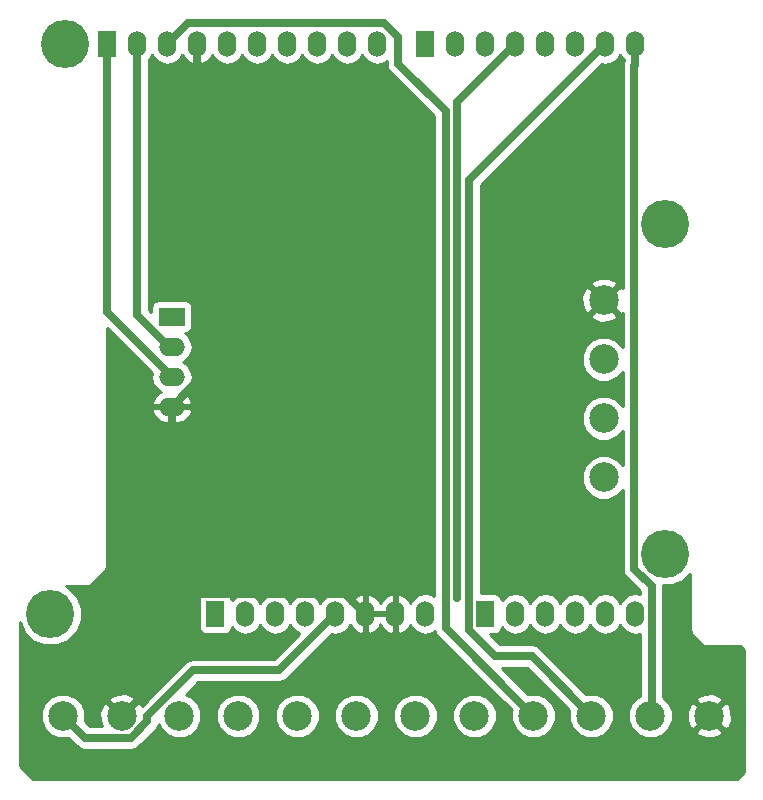
<source format=gbr>
G04 #@! TF.FileFunction,Copper,L1,Top,Signal*
%FSLAX46Y46*%
G04 Gerber Fmt 4.6, Leading zero omitted, Abs format (unit mm)*
G04 Created by KiCad (PCBNEW 4.0.6) date 05/21/18 12:18:21*
%MOMM*%
%LPD*%
G01*
G04 APERTURE LIST*
%ADD10C,0.100000*%
%ADD11C,4.064000*%
%ADD12C,2.500000*%
%ADD13R,1.524000X2.199640*%
%ADD14O,1.524000X2.199640*%
%ADD15R,2.199640X1.524000*%
%ADD16O,2.199640X1.524000*%
%ADD17C,0.600000*%
%ADD18C,0.700000*%
%ADD19C,0.254000*%
G04 APERTURE END LIST*
D10*
D11*
X177038000Y-90805000D03*
X177038000Y-118745000D03*
D12*
X165876000Y-132461000D03*
X160876000Y-132461000D03*
X155876000Y-132461000D03*
X150876000Y-132461000D03*
X145876000Y-132461000D03*
X135876000Y-132461000D03*
X140876000Y-132461000D03*
D11*
X124968000Y-123825000D03*
X126238000Y-75565000D03*
D12*
X171831000Y-97275000D03*
X171831000Y-102275000D03*
X171831000Y-112275000D03*
X171831000Y-107275000D03*
X126024000Y-132461000D03*
X131024000Y-132461000D03*
D13*
X129794000Y-75565000D03*
D14*
X132334000Y-75565000D03*
X134874000Y-75565000D03*
X137414000Y-75565000D03*
X139954000Y-75565000D03*
X142494000Y-75565000D03*
X145034000Y-75565000D03*
X147574000Y-75565000D03*
X150114000Y-75565000D03*
X152654000Y-75565000D03*
D13*
X138938000Y-123825000D03*
D14*
X141478000Y-123825000D03*
X144018000Y-123825000D03*
X146558000Y-123825000D03*
X149098000Y-123825000D03*
X151638000Y-123825000D03*
X154178000Y-123825000D03*
X156718000Y-123825000D03*
D13*
X161798000Y-123825000D03*
D14*
X164338000Y-123825000D03*
X166878000Y-123825000D03*
X169418000Y-123825000D03*
X171958000Y-123825000D03*
X174498000Y-123825000D03*
D13*
X156718000Y-75565000D03*
D14*
X159258000Y-75565000D03*
X161798000Y-75565000D03*
X164338000Y-75565000D03*
X166878000Y-75565000D03*
X169418000Y-75565000D03*
X171958000Y-75565000D03*
X174498000Y-75565000D03*
D12*
X180768000Y-132461000D03*
X170768000Y-132461000D03*
X175768000Y-132461000D03*
D15*
X135255000Y-98679000D03*
D16*
X135255000Y-101219000D03*
X135255000Y-103759000D03*
X135255000Y-106299000D03*
D17*
X159437100Y-122458400D03*
D18*
X127893300Y-134330300D02*
X126024000Y-132461000D01*
X131800400Y-134330300D02*
X127893300Y-134330300D01*
X133196300Y-132934400D02*
X131800400Y-134330300D01*
X133196300Y-132511700D02*
X133196300Y-132934400D01*
X137088200Y-128619800D02*
X133196300Y-132511700D01*
X144303200Y-128619800D02*
X137088200Y-128619800D01*
X149098000Y-123825000D02*
X144303200Y-128619800D01*
X137414000Y-104140000D02*
X135255000Y-106299000D01*
X137414000Y-75565000D02*
X137414000Y-104140000D01*
X149937700Y-122124700D02*
X135255000Y-122124700D01*
X151638000Y-123825000D02*
X149937700Y-122124700D01*
X135255000Y-106299000D02*
X135255000Y-122124700D01*
X135255000Y-128230000D02*
X131024000Y-132461000D01*
X135255000Y-122124700D02*
X135255000Y-128230000D01*
X129794000Y-98298000D02*
X129794000Y-77364800D01*
X135255000Y-103759000D02*
X129794000Y-98298000D01*
X129794000Y-75565000D02*
X129794000Y-77364800D01*
X132334000Y-98522200D02*
X132334000Y-75565000D01*
X135030800Y-101219000D02*
X132334000Y-98522200D01*
X135255000Y-101219000D02*
X135030800Y-101219000D01*
X158444000Y-125029000D02*
X165876000Y-132461000D01*
X158444000Y-81283100D02*
X158444000Y-125029000D01*
X154426200Y-77265300D02*
X158444000Y-81283100D01*
X154426200Y-75014600D02*
X154426200Y-77265300D01*
X153225600Y-73814000D02*
X154426200Y-75014600D01*
X136625000Y-73814000D02*
X153225600Y-73814000D01*
X134874000Y-75565000D02*
X136625000Y-73814000D01*
X159437100Y-80465900D02*
X159437100Y-122458400D01*
X164338000Y-75565000D02*
X159437100Y-80465900D01*
X160430100Y-87092900D02*
X171958000Y-75565000D01*
X160430100Y-125195000D02*
X160430100Y-87092900D01*
X162640900Y-127405800D02*
X160430100Y-125195000D01*
X165712800Y-127405800D02*
X162640900Y-127405800D01*
X170768000Y-132461000D02*
X165712800Y-127405800D01*
X174405600Y-77457300D02*
X174498000Y-77364900D01*
X174405600Y-120031800D02*
X174405600Y-77457300D01*
X175876000Y-121502200D02*
X174405600Y-120031800D01*
X175876000Y-132353000D02*
X175876000Y-121502200D01*
X175768000Y-132461000D02*
X175876000Y-132353000D01*
X174498000Y-75565000D02*
X174498000Y-77364900D01*
D19*
G36*
X137541000Y-75438000D02*
X137561000Y-75438000D01*
X137561000Y-75692000D01*
X137541000Y-75692000D01*
X137541000Y-77134540D01*
X137757070Y-77257040D01*
X137831277Y-77242080D01*
X138312026Y-76980450D01*
X138656059Y-76554761D01*
X138675353Y-76489394D01*
X138966172Y-76924635D01*
X139419391Y-77227467D01*
X139954000Y-77333807D01*
X140488609Y-77227467D01*
X140941828Y-76924635D01*
X141224000Y-76502336D01*
X141506172Y-76924635D01*
X141959391Y-77227467D01*
X142494000Y-77333807D01*
X143028609Y-77227467D01*
X143481828Y-76924635D01*
X143764000Y-76502336D01*
X144046172Y-76924635D01*
X144499391Y-77227467D01*
X145034000Y-77333807D01*
X145568609Y-77227467D01*
X146021828Y-76924635D01*
X146304000Y-76502336D01*
X146586172Y-76924635D01*
X147039391Y-77227467D01*
X147574000Y-77333807D01*
X148108609Y-77227467D01*
X148561828Y-76924635D01*
X148844000Y-76502336D01*
X149126172Y-76924635D01*
X149579391Y-77227467D01*
X150114000Y-77333807D01*
X150648609Y-77227467D01*
X151101828Y-76924635D01*
X151384000Y-76502336D01*
X151666172Y-76924635D01*
X152119391Y-77227467D01*
X152654000Y-77333807D01*
X153188609Y-77227467D01*
X153441200Y-77058691D01*
X153441200Y-77265300D01*
X153516179Y-77642243D01*
X153729700Y-77961800D01*
X157459000Y-81691100D01*
X157459000Y-122300439D01*
X157252609Y-122162533D01*
X156718000Y-122056193D01*
X156183391Y-122162533D01*
X155730172Y-122465365D01*
X155439353Y-122900606D01*
X155420059Y-122835239D01*
X155076026Y-122409550D01*
X154595277Y-122147920D01*
X154521070Y-122132960D01*
X154305000Y-122255460D01*
X154305000Y-123698000D01*
X154325000Y-123698000D01*
X154325000Y-123952000D01*
X154305000Y-123952000D01*
X154305000Y-125394540D01*
X154521070Y-125517040D01*
X154595277Y-125502080D01*
X155076026Y-125240450D01*
X155420059Y-124814761D01*
X155439353Y-124749394D01*
X155730172Y-125184635D01*
X156183391Y-125487467D01*
X156718000Y-125593807D01*
X157252609Y-125487467D01*
X157515283Y-125311953D01*
X157533979Y-125405943D01*
X157747500Y-125725500D01*
X164025092Y-132003092D01*
X163991328Y-132084405D01*
X163990674Y-132834305D01*
X164277043Y-133527372D01*
X164806839Y-134058093D01*
X165499405Y-134345672D01*
X166249305Y-134346326D01*
X166942372Y-134059957D01*
X167473093Y-133530161D01*
X167760672Y-132837595D01*
X167761326Y-132087695D01*
X167474957Y-131394628D01*
X166945161Y-130863907D01*
X166252595Y-130576328D01*
X165502695Y-130575674D01*
X165418474Y-130610474D01*
X163198800Y-128390800D01*
X165304800Y-128390800D01*
X168917092Y-132003092D01*
X168883328Y-132084405D01*
X168882674Y-132834305D01*
X169169043Y-133527372D01*
X169698839Y-134058093D01*
X170391405Y-134345672D01*
X171141305Y-134346326D01*
X171834372Y-134059957D01*
X172365093Y-133530161D01*
X172652672Y-132837595D01*
X172653326Y-132087695D01*
X172366957Y-131394628D01*
X171837161Y-130863907D01*
X171144595Y-130576328D01*
X170394695Y-130575674D01*
X170310474Y-130610474D01*
X166409300Y-126709300D01*
X166089743Y-126495779D01*
X165712800Y-126420800D01*
X163048900Y-126420800D01*
X162200360Y-125572260D01*
X162560000Y-125572260D01*
X162795317Y-125527982D01*
X163011441Y-125388910D01*
X163156431Y-125176710D01*
X163200260Y-124960276D01*
X163350172Y-125184635D01*
X163803391Y-125487467D01*
X164338000Y-125593807D01*
X164872609Y-125487467D01*
X165325828Y-125184635D01*
X165608000Y-124762336D01*
X165890172Y-125184635D01*
X166343391Y-125487467D01*
X166878000Y-125593807D01*
X167412609Y-125487467D01*
X167865828Y-125184635D01*
X168148000Y-124762336D01*
X168430172Y-125184635D01*
X168883391Y-125487467D01*
X169418000Y-125593807D01*
X169952609Y-125487467D01*
X170405828Y-125184635D01*
X170688000Y-124762336D01*
X170970172Y-125184635D01*
X171423391Y-125487467D01*
X171958000Y-125593807D01*
X172492609Y-125487467D01*
X172945828Y-125184635D01*
X173228000Y-124762336D01*
X173510172Y-125184635D01*
X173963391Y-125487467D01*
X174498000Y-125593807D01*
X174891000Y-125515635D01*
X174891000Y-130783796D01*
X174701628Y-130862043D01*
X174170907Y-131391839D01*
X173883328Y-132084405D01*
X173882674Y-132834305D01*
X174169043Y-133527372D01*
X174698839Y-134058093D01*
X175391405Y-134345672D01*
X176141305Y-134346326D01*
X176834372Y-134059957D01*
X177100472Y-133794320D01*
X179614285Y-133794320D01*
X179743533Y-134087123D01*
X180443806Y-134355388D01*
X181193435Y-134335250D01*
X181792467Y-134087123D01*
X181921715Y-133794320D01*
X180768000Y-132640605D01*
X179614285Y-133794320D01*
X177100472Y-133794320D01*
X177365093Y-133530161D01*
X177652672Y-132837595D01*
X177653283Y-132136806D01*
X178873612Y-132136806D01*
X178893750Y-132886435D01*
X179141877Y-133485467D01*
X179434680Y-133614715D01*
X180588395Y-132461000D01*
X180947605Y-132461000D01*
X182101320Y-133614715D01*
X182394123Y-133485467D01*
X182662388Y-132785194D01*
X182642250Y-132035565D01*
X182394123Y-131436533D01*
X182101320Y-131307285D01*
X180947605Y-132461000D01*
X180588395Y-132461000D01*
X179434680Y-131307285D01*
X179141877Y-131436533D01*
X178873612Y-132136806D01*
X177653283Y-132136806D01*
X177653326Y-132087695D01*
X177366957Y-131394628D01*
X177100475Y-131127680D01*
X179614285Y-131127680D01*
X180768000Y-132281395D01*
X181921715Y-131127680D01*
X181792467Y-130834877D01*
X181092194Y-130566612D01*
X180342565Y-130586750D01*
X179743533Y-130834877D01*
X179614285Y-131127680D01*
X177100475Y-131127680D01*
X176861000Y-130887788D01*
X176861000Y-121502200D01*
X176843024Y-121411831D01*
X177566172Y-121412462D01*
X178546761Y-121007291D01*
X179122000Y-120433056D01*
X179122000Y-125095000D01*
X179176046Y-125366705D01*
X179329954Y-125597046D01*
X180091954Y-126359046D01*
X180322295Y-126512954D01*
X180594000Y-126567000D01*
X183347908Y-126567000D01*
X183694000Y-126913092D01*
X183694000Y-137246908D01*
X183093908Y-137847000D01*
X123484091Y-137847000D01*
X122376000Y-136738908D01*
X122376000Y-132834305D01*
X124138674Y-132834305D01*
X124425043Y-133527372D01*
X124954839Y-134058093D01*
X125647405Y-134345672D01*
X126397305Y-134346326D01*
X126481526Y-134311526D01*
X127196800Y-135026800D01*
X127516357Y-135240321D01*
X127893300Y-135315300D01*
X131800400Y-135315300D01*
X132177343Y-135240321D01*
X132496900Y-135026800D01*
X133892800Y-133630900D01*
X134106321Y-133311343D01*
X134132793Y-133178260D01*
X134277043Y-133527372D01*
X134806839Y-134058093D01*
X135499405Y-134345672D01*
X136249305Y-134346326D01*
X136942372Y-134059957D01*
X137473093Y-133530161D01*
X137760672Y-132837595D01*
X137760674Y-132834305D01*
X138990674Y-132834305D01*
X139277043Y-133527372D01*
X139806839Y-134058093D01*
X140499405Y-134345672D01*
X141249305Y-134346326D01*
X141942372Y-134059957D01*
X142473093Y-133530161D01*
X142760672Y-132837595D01*
X142760674Y-132834305D01*
X143990674Y-132834305D01*
X144277043Y-133527372D01*
X144806839Y-134058093D01*
X145499405Y-134345672D01*
X146249305Y-134346326D01*
X146942372Y-134059957D01*
X147473093Y-133530161D01*
X147760672Y-132837595D01*
X147760674Y-132834305D01*
X148990674Y-132834305D01*
X149277043Y-133527372D01*
X149806839Y-134058093D01*
X150499405Y-134345672D01*
X151249305Y-134346326D01*
X151942372Y-134059957D01*
X152473093Y-133530161D01*
X152760672Y-132837595D01*
X152760674Y-132834305D01*
X153990674Y-132834305D01*
X154277043Y-133527372D01*
X154806839Y-134058093D01*
X155499405Y-134345672D01*
X156249305Y-134346326D01*
X156942372Y-134059957D01*
X157473093Y-133530161D01*
X157760672Y-132837595D01*
X157760674Y-132834305D01*
X158990674Y-132834305D01*
X159277043Y-133527372D01*
X159806839Y-134058093D01*
X160499405Y-134345672D01*
X161249305Y-134346326D01*
X161942372Y-134059957D01*
X162473093Y-133530161D01*
X162760672Y-132837595D01*
X162761326Y-132087695D01*
X162474957Y-131394628D01*
X161945161Y-130863907D01*
X161252595Y-130576328D01*
X160502695Y-130575674D01*
X159809628Y-130862043D01*
X159278907Y-131391839D01*
X158991328Y-132084405D01*
X158990674Y-132834305D01*
X157760674Y-132834305D01*
X157761326Y-132087695D01*
X157474957Y-131394628D01*
X156945161Y-130863907D01*
X156252595Y-130576328D01*
X155502695Y-130575674D01*
X154809628Y-130862043D01*
X154278907Y-131391839D01*
X153991328Y-132084405D01*
X153990674Y-132834305D01*
X152760674Y-132834305D01*
X152761326Y-132087695D01*
X152474957Y-131394628D01*
X151945161Y-130863907D01*
X151252595Y-130576328D01*
X150502695Y-130575674D01*
X149809628Y-130862043D01*
X149278907Y-131391839D01*
X148991328Y-132084405D01*
X148990674Y-132834305D01*
X147760674Y-132834305D01*
X147761326Y-132087695D01*
X147474957Y-131394628D01*
X146945161Y-130863907D01*
X146252595Y-130576328D01*
X145502695Y-130575674D01*
X144809628Y-130862043D01*
X144278907Y-131391839D01*
X143991328Y-132084405D01*
X143990674Y-132834305D01*
X142760674Y-132834305D01*
X142761326Y-132087695D01*
X142474957Y-131394628D01*
X141945161Y-130863907D01*
X141252595Y-130576328D01*
X140502695Y-130575674D01*
X139809628Y-130862043D01*
X139278907Y-131391839D01*
X138991328Y-132084405D01*
X138990674Y-132834305D01*
X137760674Y-132834305D01*
X137761326Y-132087695D01*
X137474957Y-131394628D01*
X136945161Y-130863907D01*
X136444843Y-130656157D01*
X137496200Y-129604800D01*
X144303200Y-129604800D01*
X144680143Y-129529821D01*
X144999700Y-129316300D01*
X148784543Y-125531457D01*
X149098000Y-125593807D01*
X149632609Y-125487467D01*
X150085828Y-125184635D01*
X150376647Y-124749394D01*
X150395941Y-124814761D01*
X150739974Y-125240450D01*
X151220723Y-125502080D01*
X151294930Y-125517040D01*
X151511000Y-125394540D01*
X151511000Y-123952000D01*
X151765000Y-123952000D01*
X151765000Y-125394540D01*
X151981070Y-125517040D01*
X152055277Y-125502080D01*
X152536026Y-125240450D01*
X152880059Y-124814761D01*
X152908000Y-124720097D01*
X152935941Y-124814761D01*
X153279974Y-125240450D01*
X153760723Y-125502080D01*
X153834930Y-125517040D01*
X154051000Y-125394540D01*
X154051000Y-123952000D01*
X151765000Y-123952000D01*
X151511000Y-123952000D01*
X151491000Y-123952000D01*
X151491000Y-123698000D01*
X151511000Y-123698000D01*
X151511000Y-122255460D01*
X151765000Y-122255460D01*
X151765000Y-123698000D01*
X154051000Y-123698000D01*
X154051000Y-122255460D01*
X153834930Y-122132960D01*
X153760723Y-122147920D01*
X153279974Y-122409550D01*
X152935941Y-122835239D01*
X152908000Y-122929903D01*
X152880059Y-122835239D01*
X152536026Y-122409550D01*
X152055277Y-122147920D01*
X151981070Y-122132960D01*
X151765000Y-122255460D01*
X151511000Y-122255460D01*
X151294930Y-122132960D01*
X151220723Y-122147920D01*
X150739974Y-122409550D01*
X150395941Y-122835239D01*
X150376647Y-122900606D01*
X150085828Y-122465365D01*
X149632609Y-122162533D01*
X149098000Y-122056193D01*
X148563391Y-122162533D01*
X148110172Y-122465365D01*
X147828000Y-122887664D01*
X147545828Y-122465365D01*
X147092609Y-122162533D01*
X146558000Y-122056193D01*
X146023391Y-122162533D01*
X145570172Y-122465365D01*
X145288000Y-122887664D01*
X145005828Y-122465365D01*
X144552609Y-122162533D01*
X144018000Y-122056193D01*
X143483391Y-122162533D01*
X143030172Y-122465365D01*
X142748000Y-122887664D01*
X142465828Y-122465365D01*
X142012609Y-122162533D01*
X141478000Y-122056193D01*
X140943391Y-122162533D01*
X140490172Y-122465365D01*
X140340657Y-122689130D01*
X140303162Y-122489863D01*
X140164090Y-122273739D01*
X139951890Y-122128749D01*
X139700000Y-122077740D01*
X138176000Y-122077740D01*
X137940683Y-122122018D01*
X137724559Y-122261090D01*
X137579569Y-122473290D01*
X137528560Y-122725180D01*
X137528560Y-124924820D01*
X137572838Y-125160137D01*
X137711910Y-125376261D01*
X137924110Y-125521251D01*
X138176000Y-125572260D01*
X139700000Y-125572260D01*
X139935317Y-125527982D01*
X140151441Y-125388910D01*
X140296431Y-125176710D01*
X140340260Y-124960276D01*
X140490172Y-125184635D01*
X140943391Y-125487467D01*
X141478000Y-125593807D01*
X142012609Y-125487467D01*
X142465828Y-125184635D01*
X142748000Y-124762336D01*
X143030172Y-125184635D01*
X143483391Y-125487467D01*
X144018000Y-125593807D01*
X144552609Y-125487467D01*
X145005828Y-125184635D01*
X145288000Y-124762336D01*
X145570172Y-125184635D01*
X146023391Y-125487467D01*
X146039357Y-125490643D01*
X143895200Y-127634800D01*
X137088200Y-127634800D01*
X136711257Y-127709779D01*
X136391700Y-127923300D01*
X132717003Y-131597997D01*
X132650123Y-131436533D01*
X132357320Y-131307285D01*
X131203605Y-132461000D01*
X131217748Y-132475143D01*
X131038143Y-132654748D01*
X131024000Y-132640605D01*
X131009858Y-132654748D01*
X130830253Y-132475143D01*
X130844395Y-132461000D01*
X129690680Y-131307285D01*
X129397877Y-131436533D01*
X129129612Y-132136806D01*
X129149750Y-132886435D01*
X129339818Y-133345300D01*
X128301300Y-133345300D01*
X127874908Y-132918908D01*
X127908672Y-132837595D01*
X127909326Y-132087695D01*
X127622957Y-131394628D01*
X127356475Y-131127680D01*
X129870285Y-131127680D01*
X131024000Y-132281395D01*
X132177715Y-131127680D01*
X132048467Y-130834877D01*
X131348194Y-130566612D01*
X130598565Y-130586750D01*
X129999533Y-130834877D01*
X129870285Y-131127680D01*
X127356475Y-131127680D01*
X127093161Y-130863907D01*
X126400595Y-130576328D01*
X125650695Y-130575674D01*
X124957628Y-130862043D01*
X124426907Y-131391839D01*
X124139328Y-132084405D01*
X124138674Y-132834305D01*
X122376000Y-132834305D01*
X122376000Y-124535804D01*
X122705709Y-125333761D01*
X123455293Y-126084655D01*
X124435173Y-126491536D01*
X125496172Y-126492462D01*
X126476761Y-126087291D01*
X127227655Y-125337707D01*
X127634536Y-124357827D01*
X127635462Y-123296828D01*
X127230291Y-122316239D01*
X126480707Y-121565345D01*
X126292031Y-121487000D01*
X128016000Y-121487000D01*
X128287705Y-121432954D01*
X128518046Y-121279046D01*
X129534046Y-120263046D01*
X129687954Y-120032705D01*
X129742000Y-119761000D01*
X129742000Y-106642070D01*
X133562960Y-106642070D01*
X133577920Y-106716277D01*
X133839550Y-107197026D01*
X134265239Y-107541059D01*
X134790180Y-107696000D01*
X135128000Y-107696000D01*
X135128000Y-106426000D01*
X135382000Y-106426000D01*
X135382000Y-107696000D01*
X135719820Y-107696000D01*
X136244761Y-107541059D01*
X136670450Y-107197026D01*
X136932080Y-106716277D01*
X136947040Y-106642070D01*
X136824540Y-106426000D01*
X135382000Y-106426000D01*
X135128000Y-106426000D01*
X133685460Y-106426000D01*
X133562960Y-106642070D01*
X129742000Y-106642070D01*
X129742000Y-99639000D01*
X133548543Y-103445543D01*
X133486193Y-103759000D01*
X133592533Y-104293609D01*
X133895365Y-104746828D01*
X134330606Y-105037647D01*
X134265239Y-105056941D01*
X133839550Y-105400974D01*
X133577920Y-105881723D01*
X133562960Y-105955930D01*
X133685460Y-106172000D01*
X135128000Y-106172000D01*
X135128000Y-106152000D01*
X135382000Y-106152000D01*
X135382000Y-106172000D01*
X136824540Y-106172000D01*
X136947040Y-105955930D01*
X136932080Y-105881723D01*
X136670450Y-105400974D01*
X136244761Y-105056941D01*
X136179394Y-105037647D01*
X136614635Y-104746828D01*
X136917467Y-104293609D01*
X137023807Y-103759000D01*
X136917467Y-103224391D01*
X136614635Y-102771172D01*
X136192336Y-102489000D01*
X136614635Y-102206828D01*
X136917467Y-101753609D01*
X137023807Y-101219000D01*
X136917467Y-100684391D01*
X136614635Y-100231172D01*
X136390870Y-100081657D01*
X136590137Y-100044162D01*
X136806261Y-99905090D01*
X136951251Y-99692890D01*
X137002260Y-99441000D01*
X137002260Y-97917000D01*
X136957982Y-97681683D01*
X136818910Y-97465559D01*
X136606710Y-97320569D01*
X136354820Y-97269560D01*
X134155180Y-97269560D01*
X133919863Y-97313838D01*
X133703739Y-97452910D01*
X133558749Y-97665110D01*
X133507740Y-97917000D01*
X133507740Y-98302940D01*
X133319000Y-98114200D01*
X133319000Y-76926525D01*
X133321828Y-76924635D01*
X133604000Y-76502336D01*
X133886172Y-76924635D01*
X134339391Y-77227467D01*
X134874000Y-77333807D01*
X135408609Y-77227467D01*
X135861828Y-76924635D01*
X136152647Y-76489394D01*
X136171941Y-76554761D01*
X136515974Y-76980450D01*
X136996723Y-77242080D01*
X137070930Y-77257040D01*
X137287000Y-77134540D01*
X137287000Y-75692000D01*
X137267000Y-75692000D01*
X137267000Y-75438000D01*
X137287000Y-75438000D01*
X137287000Y-75418000D01*
X137541000Y-75418000D01*
X137541000Y-75438000D01*
X137541000Y-75438000D01*
G37*
X137541000Y-75438000D02*
X137561000Y-75438000D01*
X137561000Y-75692000D01*
X137541000Y-75692000D01*
X137541000Y-77134540D01*
X137757070Y-77257040D01*
X137831277Y-77242080D01*
X138312026Y-76980450D01*
X138656059Y-76554761D01*
X138675353Y-76489394D01*
X138966172Y-76924635D01*
X139419391Y-77227467D01*
X139954000Y-77333807D01*
X140488609Y-77227467D01*
X140941828Y-76924635D01*
X141224000Y-76502336D01*
X141506172Y-76924635D01*
X141959391Y-77227467D01*
X142494000Y-77333807D01*
X143028609Y-77227467D01*
X143481828Y-76924635D01*
X143764000Y-76502336D01*
X144046172Y-76924635D01*
X144499391Y-77227467D01*
X145034000Y-77333807D01*
X145568609Y-77227467D01*
X146021828Y-76924635D01*
X146304000Y-76502336D01*
X146586172Y-76924635D01*
X147039391Y-77227467D01*
X147574000Y-77333807D01*
X148108609Y-77227467D01*
X148561828Y-76924635D01*
X148844000Y-76502336D01*
X149126172Y-76924635D01*
X149579391Y-77227467D01*
X150114000Y-77333807D01*
X150648609Y-77227467D01*
X151101828Y-76924635D01*
X151384000Y-76502336D01*
X151666172Y-76924635D01*
X152119391Y-77227467D01*
X152654000Y-77333807D01*
X153188609Y-77227467D01*
X153441200Y-77058691D01*
X153441200Y-77265300D01*
X153516179Y-77642243D01*
X153729700Y-77961800D01*
X157459000Y-81691100D01*
X157459000Y-122300439D01*
X157252609Y-122162533D01*
X156718000Y-122056193D01*
X156183391Y-122162533D01*
X155730172Y-122465365D01*
X155439353Y-122900606D01*
X155420059Y-122835239D01*
X155076026Y-122409550D01*
X154595277Y-122147920D01*
X154521070Y-122132960D01*
X154305000Y-122255460D01*
X154305000Y-123698000D01*
X154325000Y-123698000D01*
X154325000Y-123952000D01*
X154305000Y-123952000D01*
X154305000Y-125394540D01*
X154521070Y-125517040D01*
X154595277Y-125502080D01*
X155076026Y-125240450D01*
X155420059Y-124814761D01*
X155439353Y-124749394D01*
X155730172Y-125184635D01*
X156183391Y-125487467D01*
X156718000Y-125593807D01*
X157252609Y-125487467D01*
X157515283Y-125311953D01*
X157533979Y-125405943D01*
X157747500Y-125725500D01*
X164025092Y-132003092D01*
X163991328Y-132084405D01*
X163990674Y-132834305D01*
X164277043Y-133527372D01*
X164806839Y-134058093D01*
X165499405Y-134345672D01*
X166249305Y-134346326D01*
X166942372Y-134059957D01*
X167473093Y-133530161D01*
X167760672Y-132837595D01*
X167761326Y-132087695D01*
X167474957Y-131394628D01*
X166945161Y-130863907D01*
X166252595Y-130576328D01*
X165502695Y-130575674D01*
X165418474Y-130610474D01*
X163198800Y-128390800D01*
X165304800Y-128390800D01*
X168917092Y-132003092D01*
X168883328Y-132084405D01*
X168882674Y-132834305D01*
X169169043Y-133527372D01*
X169698839Y-134058093D01*
X170391405Y-134345672D01*
X171141305Y-134346326D01*
X171834372Y-134059957D01*
X172365093Y-133530161D01*
X172652672Y-132837595D01*
X172653326Y-132087695D01*
X172366957Y-131394628D01*
X171837161Y-130863907D01*
X171144595Y-130576328D01*
X170394695Y-130575674D01*
X170310474Y-130610474D01*
X166409300Y-126709300D01*
X166089743Y-126495779D01*
X165712800Y-126420800D01*
X163048900Y-126420800D01*
X162200360Y-125572260D01*
X162560000Y-125572260D01*
X162795317Y-125527982D01*
X163011441Y-125388910D01*
X163156431Y-125176710D01*
X163200260Y-124960276D01*
X163350172Y-125184635D01*
X163803391Y-125487467D01*
X164338000Y-125593807D01*
X164872609Y-125487467D01*
X165325828Y-125184635D01*
X165608000Y-124762336D01*
X165890172Y-125184635D01*
X166343391Y-125487467D01*
X166878000Y-125593807D01*
X167412609Y-125487467D01*
X167865828Y-125184635D01*
X168148000Y-124762336D01*
X168430172Y-125184635D01*
X168883391Y-125487467D01*
X169418000Y-125593807D01*
X169952609Y-125487467D01*
X170405828Y-125184635D01*
X170688000Y-124762336D01*
X170970172Y-125184635D01*
X171423391Y-125487467D01*
X171958000Y-125593807D01*
X172492609Y-125487467D01*
X172945828Y-125184635D01*
X173228000Y-124762336D01*
X173510172Y-125184635D01*
X173963391Y-125487467D01*
X174498000Y-125593807D01*
X174891000Y-125515635D01*
X174891000Y-130783796D01*
X174701628Y-130862043D01*
X174170907Y-131391839D01*
X173883328Y-132084405D01*
X173882674Y-132834305D01*
X174169043Y-133527372D01*
X174698839Y-134058093D01*
X175391405Y-134345672D01*
X176141305Y-134346326D01*
X176834372Y-134059957D01*
X177100472Y-133794320D01*
X179614285Y-133794320D01*
X179743533Y-134087123D01*
X180443806Y-134355388D01*
X181193435Y-134335250D01*
X181792467Y-134087123D01*
X181921715Y-133794320D01*
X180768000Y-132640605D01*
X179614285Y-133794320D01*
X177100472Y-133794320D01*
X177365093Y-133530161D01*
X177652672Y-132837595D01*
X177653283Y-132136806D01*
X178873612Y-132136806D01*
X178893750Y-132886435D01*
X179141877Y-133485467D01*
X179434680Y-133614715D01*
X180588395Y-132461000D01*
X180947605Y-132461000D01*
X182101320Y-133614715D01*
X182394123Y-133485467D01*
X182662388Y-132785194D01*
X182642250Y-132035565D01*
X182394123Y-131436533D01*
X182101320Y-131307285D01*
X180947605Y-132461000D01*
X180588395Y-132461000D01*
X179434680Y-131307285D01*
X179141877Y-131436533D01*
X178873612Y-132136806D01*
X177653283Y-132136806D01*
X177653326Y-132087695D01*
X177366957Y-131394628D01*
X177100475Y-131127680D01*
X179614285Y-131127680D01*
X180768000Y-132281395D01*
X181921715Y-131127680D01*
X181792467Y-130834877D01*
X181092194Y-130566612D01*
X180342565Y-130586750D01*
X179743533Y-130834877D01*
X179614285Y-131127680D01*
X177100475Y-131127680D01*
X176861000Y-130887788D01*
X176861000Y-121502200D01*
X176843024Y-121411831D01*
X177566172Y-121412462D01*
X178546761Y-121007291D01*
X179122000Y-120433056D01*
X179122000Y-125095000D01*
X179176046Y-125366705D01*
X179329954Y-125597046D01*
X180091954Y-126359046D01*
X180322295Y-126512954D01*
X180594000Y-126567000D01*
X183347908Y-126567000D01*
X183694000Y-126913092D01*
X183694000Y-137246908D01*
X183093908Y-137847000D01*
X123484091Y-137847000D01*
X122376000Y-136738908D01*
X122376000Y-132834305D01*
X124138674Y-132834305D01*
X124425043Y-133527372D01*
X124954839Y-134058093D01*
X125647405Y-134345672D01*
X126397305Y-134346326D01*
X126481526Y-134311526D01*
X127196800Y-135026800D01*
X127516357Y-135240321D01*
X127893300Y-135315300D01*
X131800400Y-135315300D01*
X132177343Y-135240321D01*
X132496900Y-135026800D01*
X133892800Y-133630900D01*
X134106321Y-133311343D01*
X134132793Y-133178260D01*
X134277043Y-133527372D01*
X134806839Y-134058093D01*
X135499405Y-134345672D01*
X136249305Y-134346326D01*
X136942372Y-134059957D01*
X137473093Y-133530161D01*
X137760672Y-132837595D01*
X137760674Y-132834305D01*
X138990674Y-132834305D01*
X139277043Y-133527372D01*
X139806839Y-134058093D01*
X140499405Y-134345672D01*
X141249305Y-134346326D01*
X141942372Y-134059957D01*
X142473093Y-133530161D01*
X142760672Y-132837595D01*
X142760674Y-132834305D01*
X143990674Y-132834305D01*
X144277043Y-133527372D01*
X144806839Y-134058093D01*
X145499405Y-134345672D01*
X146249305Y-134346326D01*
X146942372Y-134059957D01*
X147473093Y-133530161D01*
X147760672Y-132837595D01*
X147760674Y-132834305D01*
X148990674Y-132834305D01*
X149277043Y-133527372D01*
X149806839Y-134058093D01*
X150499405Y-134345672D01*
X151249305Y-134346326D01*
X151942372Y-134059957D01*
X152473093Y-133530161D01*
X152760672Y-132837595D01*
X152760674Y-132834305D01*
X153990674Y-132834305D01*
X154277043Y-133527372D01*
X154806839Y-134058093D01*
X155499405Y-134345672D01*
X156249305Y-134346326D01*
X156942372Y-134059957D01*
X157473093Y-133530161D01*
X157760672Y-132837595D01*
X157760674Y-132834305D01*
X158990674Y-132834305D01*
X159277043Y-133527372D01*
X159806839Y-134058093D01*
X160499405Y-134345672D01*
X161249305Y-134346326D01*
X161942372Y-134059957D01*
X162473093Y-133530161D01*
X162760672Y-132837595D01*
X162761326Y-132087695D01*
X162474957Y-131394628D01*
X161945161Y-130863907D01*
X161252595Y-130576328D01*
X160502695Y-130575674D01*
X159809628Y-130862043D01*
X159278907Y-131391839D01*
X158991328Y-132084405D01*
X158990674Y-132834305D01*
X157760674Y-132834305D01*
X157761326Y-132087695D01*
X157474957Y-131394628D01*
X156945161Y-130863907D01*
X156252595Y-130576328D01*
X155502695Y-130575674D01*
X154809628Y-130862043D01*
X154278907Y-131391839D01*
X153991328Y-132084405D01*
X153990674Y-132834305D01*
X152760674Y-132834305D01*
X152761326Y-132087695D01*
X152474957Y-131394628D01*
X151945161Y-130863907D01*
X151252595Y-130576328D01*
X150502695Y-130575674D01*
X149809628Y-130862043D01*
X149278907Y-131391839D01*
X148991328Y-132084405D01*
X148990674Y-132834305D01*
X147760674Y-132834305D01*
X147761326Y-132087695D01*
X147474957Y-131394628D01*
X146945161Y-130863907D01*
X146252595Y-130576328D01*
X145502695Y-130575674D01*
X144809628Y-130862043D01*
X144278907Y-131391839D01*
X143991328Y-132084405D01*
X143990674Y-132834305D01*
X142760674Y-132834305D01*
X142761326Y-132087695D01*
X142474957Y-131394628D01*
X141945161Y-130863907D01*
X141252595Y-130576328D01*
X140502695Y-130575674D01*
X139809628Y-130862043D01*
X139278907Y-131391839D01*
X138991328Y-132084405D01*
X138990674Y-132834305D01*
X137760674Y-132834305D01*
X137761326Y-132087695D01*
X137474957Y-131394628D01*
X136945161Y-130863907D01*
X136444843Y-130656157D01*
X137496200Y-129604800D01*
X144303200Y-129604800D01*
X144680143Y-129529821D01*
X144999700Y-129316300D01*
X148784543Y-125531457D01*
X149098000Y-125593807D01*
X149632609Y-125487467D01*
X150085828Y-125184635D01*
X150376647Y-124749394D01*
X150395941Y-124814761D01*
X150739974Y-125240450D01*
X151220723Y-125502080D01*
X151294930Y-125517040D01*
X151511000Y-125394540D01*
X151511000Y-123952000D01*
X151765000Y-123952000D01*
X151765000Y-125394540D01*
X151981070Y-125517040D01*
X152055277Y-125502080D01*
X152536026Y-125240450D01*
X152880059Y-124814761D01*
X152908000Y-124720097D01*
X152935941Y-124814761D01*
X153279974Y-125240450D01*
X153760723Y-125502080D01*
X153834930Y-125517040D01*
X154051000Y-125394540D01*
X154051000Y-123952000D01*
X151765000Y-123952000D01*
X151511000Y-123952000D01*
X151491000Y-123952000D01*
X151491000Y-123698000D01*
X151511000Y-123698000D01*
X151511000Y-122255460D01*
X151765000Y-122255460D01*
X151765000Y-123698000D01*
X154051000Y-123698000D01*
X154051000Y-122255460D01*
X153834930Y-122132960D01*
X153760723Y-122147920D01*
X153279974Y-122409550D01*
X152935941Y-122835239D01*
X152908000Y-122929903D01*
X152880059Y-122835239D01*
X152536026Y-122409550D01*
X152055277Y-122147920D01*
X151981070Y-122132960D01*
X151765000Y-122255460D01*
X151511000Y-122255460D01*
X151294930Y-122132960D01*
X151220723Y-122147920D01*
X150739974Y-122409550D01*
X150395941Y-122835239D01*
X150376647Y-122900606D01*
X150085828Y-122465365D01*
X149632609Y-122162533D01*
X149098000Y-122056193D01*
X148563391Y-122162533D01*
X148110172Y-122465365D01*
X147828000Y-122887664D01*
X147545828Y-122465365D01*
X147092609Y-122162533D01*
X146558000Y-122056193D01*
X146023391Y-122162533D01*
X145570172Y-122465365D01*
X145288000Y-122887664D01*
X145005828Y-122465365D01*
X144552609Y-122162533D01*
X144018000Y-122056193D01*
X143483391Y-122162533D01*
X143030172Y-122465365D01*
X142748000Y-122887664D01*
X142465828Y-122465365D01*
X142012609Y-122162533D01*
X141478000Y-122056193D01*
X140943391Y-122162533D01*
X140490172Y-122465365D01*
X140340657Y-122689130D01*
X140303162Y-122489863D01*
X140164090Y-122273739D01*
X139951890Y-122128749D01*
X139700000Y-122077740D01*
X138176000Y-122077740D01*
X137940683Y-122122018D01*
X137724559Y-122261090D01*
X137579569Y-122473290D01*
X137528560Y-122725180D01*
X137528560Y-124924820D01*
X137572838Y-125160137D01*
X137711910Y-125376261D01*
X137924110Y-125521251D01*
X138176000Y-125572260D01*
X139700000Y-125572260D01*
X139935317Y-125527982D01*
X140151441Y-125388910D01*
X140296431Y-125176710D01*
X140340260Y-124960276D01*
X140490172Y-125184635D01*
X140943391Y-125487467D01*
X141478000Y-125593807D01*
X142012609Y-125487467D01*
X142465828Y-125184635D01*
X142748000Y-124762336D01*
X143030172Y-125184635D01*
X143483391Y-125487467D01*
X144018000Y-125593807D01*
X144552609Y-125487467D01*
X145005828Y-125184635D01*
X145288000Y-124762336D01*
X145570172Y-125184635D01*
X146023391Y-125487467D01*
X146039357Y-125490643D01*
X143895200Y-127634800D01*
X137088200Y-127634800D01*
X136711257Y-127709779D01*
X136391700Y-127923300D01*
X132717003Y-131597997D01*
X132650123Y-131436533D01*
X132357320Y-131307285D01*
X131203605Y-132461000D01*
X131217748Y-132475143D01*
X131038143Y-132654748D01*
X131024000Y-132640605D01*
X131009858Y-132654748D01*
X130830253Y-132475143D01*
X130844395Y-132461000D01*
X129690680Y-131307285D01*
X129397877Y-131436533D01*
X129129612Y-132136806D01*
X129149750Y-132886435D01*
X129339818Y-133345300D01*
X128301300Y-133345300D01*
X127874908Y-132918908D01*
X127908672Y-132837595D01*
X127909326Y-132087695D01*
X127622957Y-131394628D01*
X127356475Y-131127680D01*
X129870285Y-131127680D01*
X131024000Y-132281395D01*
X132177715Y-131127680D01*
X132048467Y-130834877D01*
X131348194Y-130566612D01*
X130598565Y-130586750D01*
X129999533Y-130834877D01*
X129870285Y-131127680D01*
X127356475Y-131127680D01*
X127093161Y-130863907D01*
X126400595Y-130576328D01*
X125650695Y-130575674D01*
X124957628Y-130862043D01*
X124426907Y-131391839D01*
X124139328Y-132084405D01*
X124138674Y-132834305D01*
X122376000Y-132834305D01*
X122376000Y-124535804D01*
X122705709Y-125333761D01*
X123455293Y-126084655D01*
X124435173Y-126491536D01*
X125496172Y-126492462D01*
X126476761Y-126087291D01*
X127227655Y-125337707D01*
X127634536Y-124357827D01*
X127635462Y-123296828D01*
X127230291Y-122316239D01*
X126480707Y-121565345D01*
X126292031Y-121487000D01*
X128016000Y-121487000D01*
X128287705Y-121432954D01*
X128518046Y-121279046D01*
X129534046Y-120263046D01*
X129687954Y-120032705D01*
X129742000Y-119761000D01*
X129742000Y-106642070D01*
X133562960Y-106642070D01*
X133577920Y-106716277D01*
X133839550Y-107197026D01*
X134265239Y-107541059D01*
X134790180Y-107696000D01*
X135128000Y-107696000D01*
X135128000Y-106426000D01*
X135382000Y-106426000D01*
X135382000Y-107696000D01*
X135719820Y-107696000D01*
X136244761Y-107541059D01*
X136670450Y-107197026D01*
X136932080Y-106716277D01*
X136947040Y-106642070D01*
X136824540Y-106426000D01*
X135382000Y-106426000D01*
X135128000Y-106426000D01*
X133685460Y-106426000D01*
X133562960Y-106642070D01*
X129742000Y-106642070D01*
X129742000Y-99639000D01*
X133548543Y-103445543D01*
X133486193Y-103759000D01*
X133592533Y-104293609D01*
X133895365Y-104746828D01*
X134330606Y-105037647D01*
X134265239Y-105056941D01*
X133839550Y-105400974D01*
X133577920Y-105881723D01*
X133562960Y-105955930D01*
X133685460Y-106172000D01*
X135128000Y-106172000D01*
X135128000Y-106152000D01*
X135382000Y-106152000D01*
X135382000Y-106172000D01*
X136824540Y-106172000D01*
X136947040Y-105955930D01*
X136932080Y-105881723D01*
X136670450Y-105400974D01*
X136244761Y-105056941D01*
X136179394Y-105037647D01*
X136614635Y-104746828D01*
X136917467Y-104293609D01*
X137023807Y-103759000D01*
X136917467Y-103224391D01*
X136614635Y-102771172D01*
X136192336Y-102489000D01*
X136614635Y-102206828D01*
X136917467Y-101753609D01*
X137023807Y-101219000D01*
X136917467Y-100684391D01*
X136614635Y-100231172D01*
X136390870Y-100081657D01*
X136590137Y-100044162D01*
X136806261Y-99905090D01*
X136951251Y-99692890D01*
X137002260Y-99441000D01*
X137002260Y-97917000D01*
X136957982Y-97681683D01*
X136818910Y-97465559D01*
X136606710Y-97320569D01*
X136354820Y-97269560D01*
X134155180Y-97269560D01*
X133919863Y-97313838D01*
X133703739Y-97452910D01*
X133558749Y-97665110D01*
X133507740Y-97917000D01*
X133507740Y-98302940D01*
X133319000Y-98114200D01*
X133319000Y-76926525D01*
X133321828Y-76924635D01*
X133604000Y-76502336D01*
X133886172Y-76924635D01*
X134339391Y-77227467D01*
X134874000Y-77333807D01*
X135408609Y-77227467D01*
X135861828Y-76924635D01*
X136152647Y-76489394D01*
X136171941Y-76554761D01*
X136515974Y-76980450D01*
X136996723Y-77242080D01*
X137070930Y-77257040D01*
X137287000Y-77134540D01*
X137287000Y-75692000D01*
X137267000Y-75692000D01*
X137267000Y-75438000D01*
X137287000Y-75438000D01*
X137287000Y-75418000D01*
X137541000Y-75418000D01*
X137541000Y-75438000D01*
G36*
X173510172Y-76924635D02*
X173513000Y-76926525D01*
X173513000Y-77054285D01*
X173495579Y-77080357D01*
X173420600Y-77457300D01*
X173420600Y-96234411D01*
X173164320Y-96121285D01*
X172010605Y-97275000D01*
X173164320Y-98428715D01*
X173420600Y-98315589D01*
X173420600Y-101199255D01*
X172900161Y-100677907D01*
X172207595Y-100390328D01*
X171457695Y-100389674D01*
X170764628Y-100676043D01*
X170233907Y-101205839D01*
X169946328Y-101898405D01*
X169945674Y-102648305D01*
X170232043Y-103341372D01*
X170761839Y-103872093D01*
X171454405Y-104159672D01*
X172204305Y-104160326D01*
X172897372Y-103873957D01*
X173420600Y-103351641D01*
X173420600Y-106199255D01*
X172900161Y-105677907D01*
X172207595Y-105390328D01*
X171457695Y-105389674D01*
X170764628Y-105676043D01*
X170233907Y-106205839D01*
X169946328Y-106898405D01*
X169945674Y-107648305D01*
X170232043Y-108341372D01*
X170761839Y-108872093D01*
X171454405Y-109159672D01*
X172204305Y-109160326D01*
X172897372Y-108873957D01*
X173420600Y-108351641D01*
X173420600Y-111199255D01*
X172900161Y-110677907D01*
X172207595Y-110390328D01*
X171457695Y-110389674D01*
X170764628Y-110676043D01*
X170233907Y-111205839D01*
X169946328Y-111898405D01*
X169945674Y-112648305D01*
X170232043Y-113341372D01*
X170761839Y-113872093D01*
X171454405Y-114159672D01*
X172204305Y-114160326D01*
X172897372Y-113873957D01*
X173420600Y-113351641D01*
X173420600Y-120031800D01*
X173495579Y-120408743D01*
X173709100Y-120728300D01*
X174891000Y-121910200D01*
X174891000Y-122134365D01*
X174498000Y-122056193D01*
X173963391Y-122162533D01*
X173510172Y-122465365D01*
X173228000Y-122887664D01*
X172945828Y-122465365D01*
X172492609Y-122162533D01*
X171958000Y-122056193D01*
X171423391Y-122162533D01*
X170970172Y-122465365D01*
X170688000Y-122887664D01*
X170405828Y-122465365D01*
X169952609Y-122162533D01*
X169418000Y-122056193D01*
X168883391Y-122162533D01*
X168430172Y-122465365D01*
X168148000Y-122887664D01*
X167865828Y-122465365D01*
X167412609Y-122162533D01*
X166878000Y-122056193D01*
X166343391Y-122162533D01*
X165890172Y-122465365D01*
X165608000Y-122887664D01*
X165325828Y-122465365D01*
X164872609Y-122162533D01*
X164338000Y-122056193D01*
X163803391Y-122162533D01*
X163350172Y-122465365D01*
X163200657Y-122689130D01*
X163163162Y-122489863D01*
X163024090Y-122273739D01*
X162811890Y-122128749D01*
X162560000Y-122077740D01*
X161415100Y-122077740D01*
X161415100Y-98608320D01*
X170677285Y-98608320D01*
X170806533Y-98901123D01*
X171506806Y-99169388D01*
X172256435Y-99149250D01*
X172855467Y-98901123D01*
X172984715Y-98608320D01*
X171831000Y-97454605D01*
X170677285Y-98608320D01*
X161415100Y-98608320D01*
X161415100Y-96950806D01*
X169936612Y-96950806D01*
X169956750Y-97700435D01*
X170204877Y-98299467D01*
X170497680Y-98428715D01*
X171651395Y-97275000D01*
X170497680Y-96121285D01*
X170204877Y-96250533D01*
X169936612Y-96950806D01*
X161415100Y-96950806D01*
X161415100Y-95941680D01*
X170677285Y-95941680D01*
X171831000Y-97095395D01*
X172984715Y-95941680D01*
X172855467Y-95648877D01*
X172155194Y-95380612D01*
X171405565Y-95400750D01*
X170806533Y-95648877D01*
X170677285Y-95941680D01*
X161415100Y-95941680D01*
X161415100Y-87500900D01*
X171644544Y-77271457D01*
X171958000Y-77333807D01*
X172492609Y-77227467D01*
X172945828Y-76924635D01*
X173228000Y-76502336D01*
X173510172Y-76924635D01*
X173510172Y-76924635D01*
G37*
X173510172Y-76924635D02*
X173513000Y-76926525D01*
X173513000Y-77054285D01*
X173495579Y-77080357D01*
X173420600Y-77457300D01*
X173420600Y-96234411D01*
X173164320Y-96121285D01*
X172010605Y-97275000D01*
X173164320Y-98428715D01*
X173420600Y-98315589D01*
X173420600Y-101199255D01*
X172900161Y-100677907D01*
X172207595Y-100390328D01*
X171457695Y-100389674D01*
X170764628Y-100676043D01*
X170233907Y-101205839D01*
X169946328Y-101898405D01*
X169945674Y-102648305D01*
X170232043Y-103341372D01*
X170761839Y-103872093D01*
X171454405Y-104159672D01*
X172204305Y-104160326D01*
X172897372Y-103873957D01*
X173420600Y-103351641D01*
X173420600Y-106199255D01*
X172900161Y-105677907D01*
X172207595Y-105390328D01*
X171457695Y-105389674D01*
X170764628Y-105676043D01*
X170233907Y-106205839D01*
X169946328Y-106898405D01*
X169945674Y-107648305D01*
X170232043Y-108341372D01*
X170761839Y-108872093D01*
X171454405Y-109159672D01*
X172204305Y-109160326D01*
X172897372Y-108873957D01*
X173420600Y-108351641D01*
X173420600Y-111199255D01*
X172900161Y-110677907D01*
X172207595Y-110390328D01*
X171457695Y-110389674D01*
X170764628Y-110676043D01*
X170233907Y-111205839D01*
X169946328Y-111898405D01*
X169945674Y-112648305D01*
X170232043Y-113341372D01*
X170761839Y-113872093D01*
X171454405Y-114159672D01*
X172204305Y-114160326D01*
X172897372Y-113873957D01*
X173420600Y-113351641D01*
X173420600Y-120031800D01*
X173495579Y-120408743D01*
X173709100Y-120728300D01*
X174891000Y-121910200D01*
X174891000Y-122134365D01*
X174498000Y-122056193D01*
X173963391Y-122162533D01*
X173510172Y-122465365D01*
X173228000Y-122887664D01*
X172945828Y-122465365D01*
X172492609Y-122162533D01*
X171958000Y-122056193D01*
X171423391Y-122162533D01*
X170970172Y-122465365D01*
X170688000Y-122887664D01*
X170405828Y-122465365D01*
X169952609Y-122162533D01*
X169418000Y-122056193D01*
X168883391Y-122162533D01*
X168430172Y-122465365D01*
X168148000Y-122887664D01*
X167865828Y-122465365D01*
X167412609Y-122162533D01*
X166878000Y-122056193D01*
X166343391Y-122162533D01*
X165890172Y-122465365D01*
X165608000Y-122887664D01*
X165325828Y-122465365D01*
X164872609Y-122162533D01*
X164338000Y-122056193D01*
X163803391Y-122162533D01*
X163350172Y-122465365D01*
X163200657Y-122689130D01*
X163163162Y-122489863D01*
X163024090Y-122273739D01*
X162811890Y-122128749D01*
X162560000Y-122077740D01*
X161415100Y-122077740D01*
X161415100Y-98608320D01*
X170677285Y-98608320D01*
X170806533Y-98901123D01*
X171506806Y-99169388D01*
X172256435Y-99149250D01*
X172855467Y-98901123D01*
X172984715Y-98608320D01*
X171831000Y-97454605D01*
X170677285Y-98608320D01*
X161415100Y-98608320D01*
X161415100Y-96950806D01*
X169936612Y-96950806D01*
X169956750Y-97700435D01*
X170204877Y-98299467D01*
X170497680Y-98428715D01*
X171651395Y-97275000D01*
X170497680Y-96121285D01*
X170204877Y-96250533D01*
X169936612Y-96950806D01*
X161415100Y-96950806D01*
X161415100Y-95941680D01*
X170677285Y-95941680D01*
X171831000Y-97095395D01*
X172984715Y-95941680D01*
X172855467Y-95648877D01*
X172155194Y-95380612D01*
X171405565Y-95400750D01*
X170806533Y-95648877D01*
X170677285Y-95941680D01*
X161415100Y-95941680D01*
X161415100Y-87500900D01*
X171644544Y-77271457D01*
X171958000Y-77333807D01*
X172492609Y-77227467D01*
X172945828Y-76924635D01*
X173228000Y-76502336D01*
X173510172Y-76924635D01*
M02*

</source>
